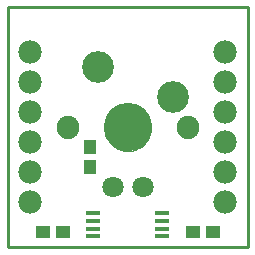
<source format=gts>
G75*
G70*
%OFA0B0*%
%FSLAX24Y24*%
%IPPOS*%
%LPD*%
%AMOC8*
5,1,8,0,0,1.08239X$1,22.5*
%
%ADD10C,0.0100*%
%ADD11R,0.0512X0.0178*%
%ADD12C,0.0710*%
%ADD13C,0.1060*%
%ADD14C,0.0000*%
%ADD15C,0.1610*%
%ADD16C,0.0750*%
%ADD17R,0.0473X0.0434*%
%ADD18C,0.0780*%
%ADD19R,0.0434X0.0473*%
D10*
X000813Y000736D02*
X000813Y008736D01*
X008813Y008736D01*
X008813Y000736D01*
X000813Y000736D01*
D11*
X003662Y001103D03*
X003662Y001358D03*
X003662Y001614D03*
X003662Y001870D03*
X005965Y001870D03*
X005965Y001614D03*
X005965Y001358D03*
X005965Y001103D03*
D12*
X005313Y002736D03*
X004313Y002736D03*
D13*
X006313Y005736D03*
X003813Y006736D03*
D14*
X002458Y004736D02*
X002460Y004773D01*
X002466Y004810D01*
X002475Y004846D01*
X002489Y004880D01*
X002506Y004913D01*
X002526Y004945D01*
X002549Y004974D01*
X002575Y005000D01*
X002604Y005023D01*
X002635Y005043D01*
X002669Y005060D01*
X002703Y005074D01*
X002739Y005083D01*
X002776Y005089D01*
X002813Y005091D01*
X002850Y005089D01*
X002887Y005083D01*
X002923Y005074D01*
X002957Y005060D01*
X002990Y005043D01*
X003022Y005023D01*
X003051Y005000D01*
X003077Y004974D01*
X003100Y004945D01*
X003120Y004914D01*
X003137Y004880D01*
X003151Y004846D01*
X003160Y004810D01*
X003166Y004773D01*
X003168Y004736D01*
X003166Y004699D01*
X003160Y004662D01*
X003151Y004626D01*
X003137Y004592D01*
X003120Y004559D01*
X003100Y004527D01*
X003077Y004498D01*
X003051Y004472D01*
X003022Y004449D01*
X002991Y004429D01*
X002957Y004412D01*
X002923Y004398D01*
X002887Y004389D01*
X002850Y004383D01*
X002813Y004381D01*
X002776Y004383D01*
X002739Y004389D01*
X002703Y004398D01*
X002669Y004412D01*
X002636Y004429D01*
X002604Y004449D01*
X002575Y004472D01*
X002549Y004498D01*
X002526Y004527D01*
X002506Y004558D01*
X002489Y004592D01*
X002475Y004626D01*
X002466Y004662D01*
X002460Y004699D01*
X002458Y004736D01*
X004028Y004736D02*
X004030Y004791D01*
X004036Y004846D01*
X004046Y004901D01*
X004059Y004955D01*
X004076Y005007D01*
X004097Y005059D01*
X004122Y005108D01*
X004150Y005156D01*
X004181Y005202D01*
X004216Y005245D01*
X004253Y005286D01*
X004293Y005324D01*
X004336Y005359D01*
X004381Y005392D01*
X004429Y005420D01*
X004478Y005446D01*
X004529Y005468D01*
X004581Y005486D01*
X004634Y005500D01*
X004689Y005511D01*
X004744Y005518D01*
X004799Y005521D01*
X004855Y005520D01*
X004910Y005515D01*
X004964Y005506D01*
X005018Y005494D01*
X005071Y005477D01*
X005123Y005457D01*
X005173Y005434D01*
X005221Y005406D01*
X005268Y005376D01*
X005312Y005342D01*
X005353Y005306D01*
X005392Y005266D01*
X005428Y005224D01*
X005461Y005179D01*
X005491Y005132D01*
X005517Y005084D01*
X005540Y005033D01*
X005559Y004981D01*
X005574Y004928D01*
X005586Y004874D01*
X005594Y004819D01*
X005598Y004764D01*
X005598Y004708D01*
X005594Y004653D01*
X005586Y004598D01*
X005574Y004544D01*
X005559Y004491D01*
X005540Y004439D01*
X005517Y004388D01*
X005491Y004340D01*
X005461Y004293D01*
X005428Y004248D01*
X005392Y004206D01*
X005353Y004166D01*
X005312Y004130D01*
X005268Y004096D01*
X005221Y004066D01*
X005173Y004038D01*
X005123Y004015D01*
X005071Y003995D01*
X005018Y003978D01*
X004964Y003966D01*
X004910Y003957D01*
X004855Y003952D01*
X004799Y003951D01*
X004744Y003954D01*
X004689Y003961D01*
X004634Y003972D01*
X004581Y003986D01*
X004529Y004004D01*
X004478Y004026D01*
X004429Y004052D01*
X004381Y004080D01*
X004336Y004113D01*
X004293Y004148D01*
X004253Y004186D01*
X004216Y004227D01*
X004181Y004270D01*
X004150Y004316D01*
X004122Y004364D01*
X004097Y004413D01*
X004076Y004465D01*
X004059Y004517D01*
X004046Y004571D01*
X004036Y004626D01*
X004030Y004681D01*
X004028Y004736D01*
X006458Y004736D02*
X006460Y004773D01*
X006466Y004810D01*
X006475Y004846D01*
X006489Y004880D01*
X006506Y004913D01*
X006526Y004945D01*
X006549Y004974D01*
X006575Y005000D01*
X006604Y005023D01*
X006635Y005043D01*
X006669Y005060D01*
X006703Y005074D01*
X006739Y005083D01*
X006776Y005089D01*
X006813Y005091D01*
X006850Y005089D01*
X006887Y005083D01*
X006923Y005074D01*
X006957Y005060D01*
X006990Y005043D01*
X007022Y005023D01*
X007051Y005000D01*
X007077Y004974D01*
X007100Y004945D01*
X007120Y004914D01*
X007137Y004880D01*
X007151Y004846D01*
X007160Y004810D01*
X007166Y004773D01*
X007168Y004736D01*
X007166Y004699D01*
X007160Y004662D01*
X007151Y004626D01*
X007137Y004592D01*
X007120Y004559D01*
X007100Y004527D01*
X007077Y004498D01*
X007051Y004472D01*
X007022Y004449D01*
X006991Y004429D01*
X006957Y004412D01*
X006923Y004398D01*
X006887Y004389D01*
X006850Y004383D01*
X006813Y004381D01*
X006776Y004383D01*
X006739Y004389D01*
X006703Y004398D01*
X006669Y004412D01*
X006636Y004429D01*
X006604Y004449D01*
X006575Y004472D01*
X006549Y004498D01*
X006526Y004527D01*
X006506Y004558D01*
X006489Y004592D01*
X006475Y004626D01*
X006466Y004662D01*
X006460Y004699D01*
X006458Y004736D01*
D15*
X004813Y004736D03*
D16*
X002813Y004736D03*
X006813Y004736D03*
D17*
X006979Y001236D03*
X007648Y001236D03*
X002648Y001236D03*
X001979Y001236D03*
D18*
X001563Y002236D03*
X001563Y003236D03*
X001563Y004236D03*
X001563Y005236D03*
X001563Y006236D03*
X001563Y007236D03*
X008063Y007236D03*
X008063Y006236D03*
X008063Y005236D03*
X008063Y004236D03*
X008063Y003236D03*
X008063Y002236D03*
D19*
X003563Y003402D03*
X003563Y004071D03*
M02*

</source>
